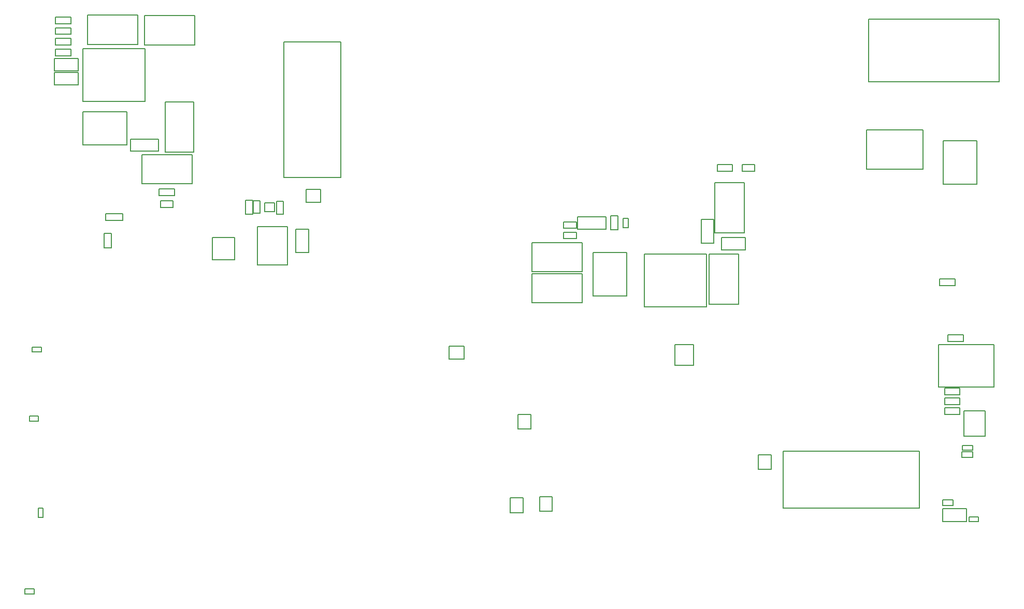
<source format=gbr>
G04*
G04 #@! TF.GenerationSoftware,Altium Limited,Altium Designer,23.7.1 (13)*
G04*
G04 Layer_Color=32768*
%FSLAX25Y25*%
%MOIN*%
G70*
G04*
G04 #@! TF.SameCoordinates,AF00DCEB-AC48-4C7C-91EA-99F42E284231*
G04*
G04*
G04 #@! TF.FilePolarity,Positive*
G04*
G01*
G75*
%ADD15C,0.00787*%
D15*
X59785Y-127943D02*
Y-118494D01*
X55060Y-127943D02*
X59785D01*
X55060D02*
Y-118494D01*
X59785D01*
X56044Y-105896D02*
X67068D01*
Y-110226D02*
Y-105896D01*
X56044Y-110226D02*
X67068D01*
X56044D02*
Y-105896D01*
X546902Y-20949D02*
Y19339D01*
X631003D01*
Y-20949D02*
Y19339D01*
X546902Y-20949D02*
X631003D01*
X442815Y-165847D02*
Y-131791D01*
X402854Y-165847D02*
X442815D01*
X402854D02*
Y-131791D01*
X442815D01*
X158268Y-98710D02*
X164567D01*
Y-104419D02*
Y-98710D01*
X158268Y-104419D02*
X164567D01*
X158268D02*
Y-98710D01*
X80984Y2677D02*
X113504D01*
X80984D02*
Y21732D01*
X113504D01*
Y2677D02*
Y21732D01*
X595866Y-230906D02*
X605709D01*
Y-235236D02*
Y-230906D01*
X595866Y-235236D02*
X605709D01*
X595866D02*
Y-230906D01*
X598032Y-188273D02*
Y-183942D01*
Y-188273D02*
X607874D01*
Y-183942D01*
X598032D02*
X607874D01*
X592143Y-217456D02*
X627812D01*
Y-190251D01*
X592143D02*
X627812D01*
X592143Y-217456D02*
Y-190251D01*
X592717Y-152165D02*
Y-147835D01*
Y-152165D02*
X602559D01*
Y-147835D01*
X592717D02*
X602559D01*
X476181Y-270472D02*
Y-261024D01*
Y-270472D02*
X484449D01*
Y-261024D01*
X476181D02*
X484449D01*
X185039Y-98622D02*
X194488D01*
Y-90354D01*
X185039D02*
X194488D01*
X185039Y-98622D02*
Y-90354D01*
X170669Y-82677D02*
X207283D01*
Y4724D01*
X170669D02*
X207283D01*
X170669Y-82677D02*
Y4724D01*
X579528Y-295571D02*
Y-258957D01*
X492126D02*
X579528D01*
X492126Y-295571D02*
Y-258957D01*
Y-295571D02*
X579528D01*
X153579Y-138976D02*
Y-114173D01*
Y-138976D02*
X172871D01*
Y-114173D01*
X153579D02*
X172871D01*
X444410Y-164291D02*
X463465D01*
Y-131772D01*
X444410D02*
X463465D01*
X444410Y-164291D02*
Y-131772D01*
X466929Y-118130D02*
Y-85807D01*
X448032Y-118130D02*
X466929D01*
X448032D02*
Y-85807D01*
X466929D01*
X350787Y-121993D02*
X358946D01*
X350787D02*
Y-117771D01*
X358946D01*
Y-121993D02*
Y-117771D01*
X389079Y-114967D02*
Y-109013D01*
X392229D01*
Y-114967D02*
Y-109013D01*
X389079Y-114967D02*
X392229D01*
X358946Y-115300D02*
Y-111078D01*
X350787D02*
X358946D01*
X350787Y-115300D02*
Y-111078D01*
Y-115300D02*
X358946D01*
X380906Y-116339D02*
Y-107283D01*
X385630D01*
Y-116339D02*
Y-107283D01*
X380906Y-116339D02*
X385630D01*
X434403Y-203486D02*
Y-190215D01*
X422198Y-203486D02*
X434403D01*
X422198D02*
Y-190215D01*
X434403D01*
X44469Y3150D02*
Y22047D01*
Y3150D02*
X76791D01*
Y22047D01*
X44469D02*
X76791D01*
X369756Y-158957D02*
Y-130807D01*
X391409D01*
Y-158957D02*
Y-130807D01*
X369756Y-158957D02*
X391409D01*
X41398Y-61682D02*
Y-40029D01*
Y-61682D02*
X69547D01*
Y-40029D01*
X41398D02*
X69547D01*
X38398Y-22835D02*
Y-14961D01*
X23019D02*
X38398D01*
X23019Y-22835D02*
Y-14961D01*
Y-22835D02*
X38398D01*
X439370Y-125012D02*
X447244D01*
Y-109634D01*
X439370D02*
X447244D01*
X439370Y-125012D02*
Y-109634D01*
X452248Y-129134D02*
Y-121260D01*
Y-129134D02*
X467627D01*
Y-121260D01*
X452248D02*
X467627D01*
X377953Y-115748D02*
Y-107874D01*
X359842D02*
X377953D01*
X359842Y-115748D02*
Y-107874D01*
Y-115748D02*
X377953D01*
X330315Y-144685D02*
X362598D01*
Y-163189D02*
Y-144685D01*
X330315Y-163189D02*
X362598D01*
X330315D02*
Y-144685D01*
X330256Y-124409D02*
X362579D01*
Y-143307D02*
Y-124409D01*
X330256Y-143307D02*
X362579D01*
X330256D02*
Y-124409D01*
X41437Y-33563D02*
Y492D01*
X81398D01*
Y-33563D02*
Y492D01*
X41437Y-33563D02*
X81398D01*
X111831Y-86614D02*
Y-67716D01*
X79508D02*
X111831D01*
X79508Y-86614D02*
Y-67716D01*
Y-86614D02*
X111831D01*
X94291Y-66142D02*
Y-33858D01*
X112795D01*
Y-66142D02*
Y-33858D01*
X94291Y-66142D02*
X112795D01*
X90167Y-65660D02*
Y-57786D01*
X72056D02*
X90167D01*
X72056Y-65660D02*
Y-57786D01*
Y-65660D02*
X90167D01*
X449606Y-78543D02*
Y-74213D01*
Y-78543D02*
X459449D01*
Y-74213D01*
X449606D02*
X459449D01*
X100197Y-94291D02*
Y-89961D01*
X90354D02*
X100197D01*
X90354Y-94291D02*
Y-89961D01*
Y-94291D02*
X100197D01*
X91196Y-97495D02*
X99355D01*
Y-101717D02*
Y-97495D01*
X91196Y-101717D02*
X99355D01*
X91196D02*
Y-97495D01*
X465605Y-78489D02*
X473765D01*
X465605D02*
Y-74267D01*
X473765D01*
Y-78489D02*
Y-74267D01*
X38398Y-13780D02*
Y-5906D01*
X23019D02*
X38398D01*
X23019Y-13780D02*
Y-5906D01*
Y-13780D02*
X38398D01*
X595866Y-218307D02*
X605709D01*
Y-222638D02*
Y-218307D01*
X595866Y-222638D02*
X605709D01*
X595866D02*
Y-218307D01*
X277165Y-199409D02*
Y-191142D01*
X286614D01*
Y-199409D02*
Y-191142D01*
X277165Y-199409D02*
X286614D01*
X178382Y-130905D02*
Y-115945D01*
X186650D01*
Y-130905D02*
Y-115945D01*
X178382Y-130905D02*
X186650D01*
X170221Y-106048D02*
Y-97889D01*
X165999Y-106048D02*
X170221D01*
X165999D02*
Y-97889D01*
X170221D01*
X595866Y-224606D02*
X605709D01*
Y-228937D02*
Y-224606D01*
X595866Y-228937D02*
X605709D01*
X595866D02*
Y-224606D01*
X12819Y-239370D02*
Y-236221D01*
X6866D02*
X12819D01*
X6866Y-239370D02*
Y-236221D01*
Y-239370D02*
X12819D01*
X10063Y-350787D02*
Y-347638D01*
X4110D02*
X10063D01*
X4110Y-350787D02*
Y-347638D01*
Y-350787D02*
X10063D01*
X12598Y-295449D02*
X15748D01*
X12598Y-301402D02*
Y-295449D01*
Y-301402D02*
X15748D01*
Y-295449D01*
X14788Y-194882D02*
Y-191732D01*
X8834D02*
X14788D01*
X8834Y-194882D02*
Y-191732D01*
Y-194882D02*
X14788D01*
X321457Y-244488D02*
Y-235039D01*
Y-244488D02*
X329724D01*
Y-235039D01*
X321457D02*
X329724D01*
X23819Y-4134D02*
Y197D01*
Y-4134D02*
X33661D01*
Y197D01*
X23819D02*
X33661D01*
X23819Y2756D02*
Y7087D01*
Y2756D02*
X33661D01*
Y7087D01*
X23819D02*
X33661D01*
X23819Y9646D02*
Y13976D01*
Y9646D02*
X33661D01*
Y13976D01*
X23819D02*
X33661D01*
X23819Y16535D02*
Y20866D01*
Y16535D02*
X33661D01*
Y20866D01*
X23819D02*
X33661D01*
X146063Y-97052D02*
X150787D01*
X146063Y-106107D02*
Y-97052D01*
Y-106107D02*
X150787D01*
Y-97052D01*
X151038Y-97495D02*
X155261D01*
X151038Y-105655D02*
Y-97495D01*
Y-105655D02*
X155261D01*
Y-97495D01*
X607283Y-258169D02*
Y-255217D01*
Y-258169D02*
X613976D01*
Y-255217D01*
X607283D02*
X613976D01*
X608366Y-249216D02*
X622146D01*
Y-232796D01*
X608366D02*
X622146D01*
X608366Y-249216D02*
Y-232796D01*
X594767Y-304052D02*
Y-295948D01*
Y-304052D02*
X609957D01*
Y-295948D01*
X594767D02*
X609957D01*
X611590Y-304331D02*
Y-301181D01*
Y-304331D02*
X617544D01*
Y-301181D01*
X611590D02*
X617544D01*
X601476Y-293996D02*
Y-290256D01*
X594587D02*
X601476D01*
X594587Y-293996D02*
Y-290256D01*
Y-293996D02*
X601476D01*
X614075Y-262894D02*
Y-259154D01*
X607185D02*
X614075D01*
X607185Y-262894D02*
Y-259154D01*
Y-262894D02*
X614075D01*
X335236Y-297638D02*
Y-288189D01*
Y-297638D02*
X343504D01*
Y-288189D01*
X335236D02*
X343504D01*
X316339Y-298425D02*
Y-288976D01*
Y-298425D02*
X324606D01*
Y-288976D01*
X316339D02*
X324606D01*
X581890Y-77205D02*
Y-51929D01*
X545669D02*
X581890D01*
X545669Y-77205D02*
Y-51929D01*
Y-77205D02*
X581890D01*
X595079Y-86910D02*
X616732D01*
Y-58760D01*
X595079D02*
X616732D01*
X595079Y-86910D02*
Y-58760D01*
X138906Y-135436D02*
Y-121263D01*
X124733Y-135436D02*
X138906D01*
X124733D02*
Y-121263D01*
X138906D01*
M02*

</source>
